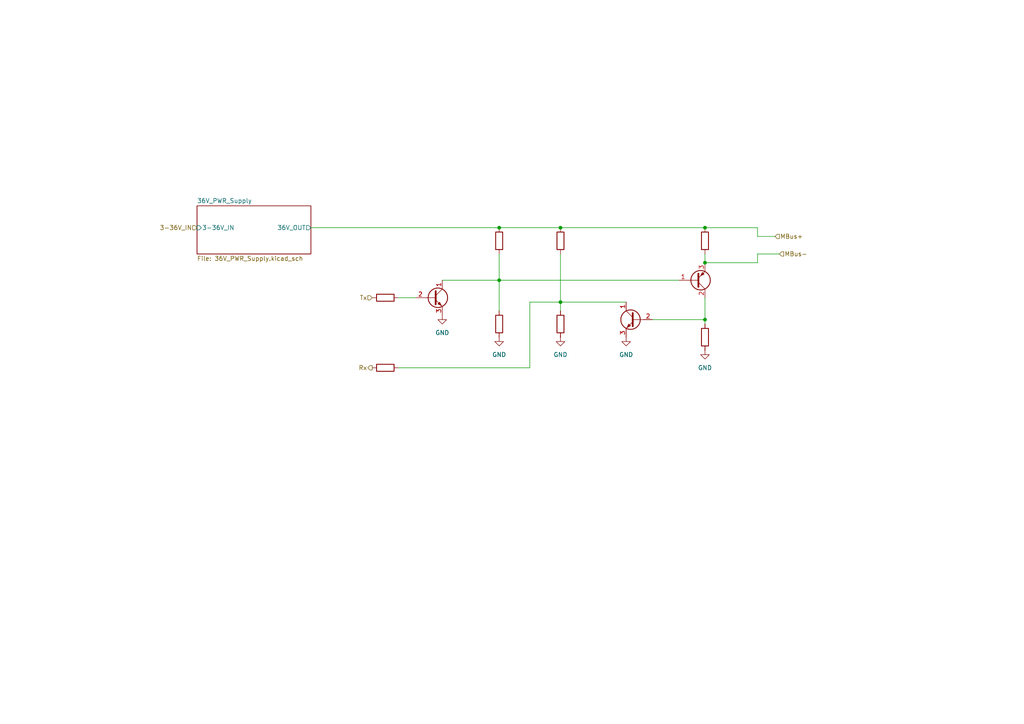
<source format=kicad_sch>
(kicad_sch (version 20250114) (generator "eeschema") (generator_version "9.0")
  (paper "A4")
  (lib_symbols
    (symbol "Device:R" (pin_numbers (hide yes)) (pin_names (offset 0))
      (property "Reference" "R" (at 2.032 0 90))
      (property "Value" "R" (at 0 0 90))
      (symbol "R_0_1"
        (rectangle (start -1.016 -2.54) (end 1.016 2.54) (stroke (width 0.254)))
      )
      (symbol "R_1_1"
        (pin passive line (at 0 3.81 270) (length 1.27) (name "~") (number "1"))
        (pin passive line (at 0 -3.81 90) (length 1.27) (name "~") (number "2"))
      )
    )
    (symbol "Transistor_BJT:BC337" (pin_names (offset 0) (hide yes))
      (property "Reference" "Q" (at 5.08 1.905 0))
      (property "Value" "BC337" (at 5.08 0 0))
      (symbol "BC337_0_1"
        (polyline (pts (xy -2.54 0) (xy 0.635 0)))
        (polyline (pts (xy 0.635 1.905) (xy 0.635 -1.905)) (stroke (width 0.508)))
        (circle (center 1.27 0) (radius 2.8194) (stroke (width 0.254)))
      )
      (symbol "BC337_1_1"
        (polyline (pts (xy 0.635 0.635) (xy 2.54 2.54)))
        (polyline (pts (xy 0.635 -0.635) (xy 2.54 -2.54)))
        (polyline (pts (xy 1.27 -1.778) (xy 1.778 -1.27) (xy 2.286 -2.286) (xy 1.27 -1.778)) (fill (type outline)))
        (pin input line (at -5.08 0 0) (length 2.54) (name "B") (number "2"))
        (pin passive line (at 2.54 5.08 270) (length 2.54) (name "C") (number "1"))
        (pin passive line (at 2.54 -5.08 90) (length 2.54) (name "E") (number "3"))
      )
    )
    (symbol "Transistor_BJT:Q_PNP_BCE" (pin_names (offset 0) (hide yes))
      (property "Reference" "Q" (at 5.08 1.27 0))
      (property "Value" "Q_PNP_BCE" (at 5.08 -1.27 0))
      (symbol "Q_PNP_BCE_0_1"
        (polyline (pts (xy -2.54 0) (xy 0.635 0)))
        (polyline (pts (xy 0.635 1.905) (xy 0.635 -1.905)) (stroke (width 0.508)))
        (polyline (pts (xy 0.635 0.635) (xy 2.54 2.54)))
        (polyline (pts (xy 0.635 -0.635) (xy 2.54 -2.54)))
        (circle (center 1.27 0) (radius 2.8194) (stroke (width 0.254)))
        (polyline (pts (xy 2.286 -1.778) (xy 1.778 -2.286) (xy 1.27 -1.27) (xy 2.286 -1.778)) (fill (type outline)))
      )
      (symbol "Q_PNP_BCE_1_1"
        (pin input line (at -5.08 0 0) (length 2.54) (name "B") (number "1"))
        (pin passive line (at 2.54 5.08 270) (length 2.54) (name "C") (number "2"))
        (pin passive line (at 2.54 -5.08 90) (length 2.54) (name "E") (number "3"))
      )
    )
    (symbol "power:GND" (power) (pin_numbers (hide yes)) (pin_names (offset 0) (hide yes))
      (property "Value" "GND" (at 0 -3.81 0))
      (symbol "GND_0_1"
        (polyline (pts (xy 0 0) (xy 0 -1.27) (xy 1.27 -1.27) (xy 0 -2.54) (xy -1.27 -1.27) (xy 0 -1.27)))
      )
      (symbol "GND_1_1"
        (pin power_in line (at 0 0 270) (length 0) (name "~") (number "1"))
      )
    )
  )
  (junction (at 144.78 66.04))
  (junction (at 162.56 66.04))
  (junction (at 204.47 76.2))
  (junction (at 162.56 87.63))
  (junction (at 144.78 81.28))
  (junction (at 204.47 92.71))
  (junction (at 204.47 66.04))
  (wire (pts (xy 204.47 86.36) (xy 204.47 92.71)))
  (wire (pts (xy 162.56 87.63) (xy 153.67 87.63)))
  (wire (pts (xy 162.56 90.17) (xy 162.56 87.63)))
  (wire (pts (xy 153.67 87.63) (xy 153.67 106.68)))
  (wire (pts (xy 204.47 92.71) (xy 204.47 93.98)))
  (wire (pts (xy 144.78 66.04) (xy 162.56 66.04)))
  (wire (pts (xy 204.47 76.2) (xy 219.71 76.2)))
  (wire (pts (xy 90.17 66.04) (xy 144.78 66.04)))
  (wire (pts (xy 219.71 68.58) (xy 224.79 68.58)))
  (wire (pts (xy 162.56 87.63) (xy 181.61 87.63)))
  (wire (pts (xy 162.56 87.63) (xy 162.56 73.66)))
  (wire (pts (xy 189.23 92.71) (xy 204.47 92.71)))
  (wire (pts (xy 204.47 73.66) (xy 204.47 76.2)))
  (wire (pts (xy 153.67 106.68) (xy 115.57 106.68)))
  (wire (pts (xy 219.71 76.2) (xy 219.71 73.66)))
  (wire (pts (xy 162.56 66.04) (xy 204.47 66.04)))
  (wire (pts (xy 128.27 81.28) (xy 144.78 81.28)))
  (wire (pts (xy 219.71 73.66) (xy 226.06 73.66)))
  (wire (pts (xy 204.47 66.04) (xy 219.71 66.04)))
  (wire (pts (xy 144.78 81.28) (xy 196.85 81.28)))
  (wire (pts (xy 219.71 66.04) (xy 219.71 68.58)))
  (wire (pts (xy 144.78 81.28) (xy 144.78 73.66)))
  (wire (pts (xy 115.57 86.36) (xy 120.65 86.36)))
  (wire (pts (xy 144.78 90.17) (xy 144.78 81.28)))
  (hierarchical_label "Rx" (shape output) (at 107.95 106.68 180))
  (hierarchical_label "MBus-" (shape input) (at 226.06 73.66 0))
  (hierarchical_label "MBus+" (shape input) (at 224.79 68.58 0))
  (hierarchical_label "3-36V_IN" (shape input) (at 57.15 66.04 180))
  (hierarchical_label "Tx" (shape input) (at 107.95 86.36 180))
  (symbol (lib_id "Device:R") (at 111.76 86.36 270) (unit 1)
    (property "Reference" "R2406" (effects (hide yes)))
    (property "Value" "1K" (effects (hide yes)))
    (property "Footprint" "Resistor_SMD:R_0603_1608Metric" (effects (hide yes)))
    (property "Component comment" "Can be replaced with other manufacturer component with same specs" (effects (hide yes)))
    (property "MF" "Stackpole Electronics Inc" (effects (hide yes)))
    (property "MP" "RMCF0603FT1K00" (effects (hide yes)))
    (property "Digi-Key_PN" "RMCF0603FT1K00CT-ND" (effects (hide yes)))
    (property "pcb" "exp_v1" (effects (hide yes)))
  )
  (symbol (lib_id "Device:R") (at 111.76 106.68 270) (unit 1)
    (property "Reference" "R2407" (effects (hide yes)))
    (property "Value" "1K" (effects (hide yes)))
    (property "Footprint" "Resistor_SMD:R_0603_1608Metric" (effects (hide yes)))
    (property "Component comment" "Can be replaced with other manufacturer component with same specs" (effects (hide yes)))
    (property "MF" "Stackpole Electronics Inc" (effects (hide yes)))
    (property "MP" "RMCF0603FT1K00" (effects (hide yes)))
    (property "Digi-Key_PN" "RMCF0603FT1K00CT-ND" (effects (hide yes)))
    (property "pcb" "exp_v1" (effects (hide yes)))
  )
  (symbol (lib_id "Transistor_BJT:BC337") (at 125.73 86.36 0) (unit 1)
    (property "Reference" "Q2402" (effects (hide yes)))
    (property "Value" "BC337" (effects (hide yes)))
    (property "Footprint" "Package_TO_SOT_THT:TO-92L_Inline" (effects (hide yes)))
    (property "Datasheet" "http://www.nxp.com/documents/data_sheet/BC817_BC817W_BC337.pdf" (effects (hide yes)))
    (property "Digi-Key_PN" "BC33716BU-ND" (effects (hide yes)))
    (property "MF" "onsemi" (effects (hide yes)))
    (property "MP" "BC33716BU" (effects (hide yes)))
    (property "Mount type" "Through-hole" (effects (hide yes)))
    (property "pcb" "exp_v1" (effects (hide yes)))
  )
  (symbol (lib_id "Transistor_BJT:BC337") (at 184.15 92.71 0) (mirror y) (unit 1)
    (property "Reference" "Q2403" (effects (hide yes)))
    (property "Value" "BC337" (effects (hide yes)))
    (property "Footprint" "Package_TO_SOT_THT:TO-92L_Inline" (effects (hide yes)))
    (property "Datasheet" "http://www.nxp.com/documents/data_sheet/BC817_BC817W_BC337.pdf" (effects (hide yes)))
    (property "Digi-Key_PN" "BC33716BU-ND" (effects (hide yes)))
    (property "MF" "onsemi" (effects (hide yes)))
    (property "MP" "BC33716BU" (effects (hide yes)))
    (property "Mount type" "Through-hole" (effects (hide yes)))
    (property "pcb" "exp_v1" (effects (hide yes)))
  )
  (symbol (lib_id "Device:R") (at 144.78 69.85 180) (unit 1)
    (property "Reference" "R2408" (effects (hide yes)))
    (property "Value" "39K" (effects (hide yes)))
    (property "Footprint" "Resistor_SMD:R_1206_3216Metric" (effects (hide yes)))
    (property "Component comment" "Can be replaced with other manufacturer component with same specs" (effects (hide yes)))
    (property "MF" "Stackpole Electronics Inc" (effects (hide yes)))
    (property "MP" "RMCF1206FT39K0" (effects (hide yes)))
    (property "Digi-Key_PN" "738-RMCF1206FT39K0CT-ND" (effects (hide yes)))
    (property "pcb" "exp_v1" (effects (hide yes)))
  )
  (symbol (lib_id "Device:R") (at 144.78 93.98 180) (unit 1)
    (property "Reference" "R2409" (effects (hide yes)))
    (property "Value" "22K" (effects (hide yes)))
    (property "Footprint" "Resistor_SMD:R_1206_3216Metric" (effects (hide yes)))
    (property "Component comment" "Can be replaced with other manufacturer component with same specs" (effects (hide yes)))
    (property "MF" "Stackpole Electronics Inc" (effects (hide yes)))
    (property "MP" "RMCF1206JT22K0" (effects (hide yes)))
    (property "Digi-Key_PN" "RMCF1206JT22K0CT-ND" (effects (hide yes)))
    (property "pcb" "exp_v1" (effects (hide yes)))
  )
  (symbol (lib_id "Device:R") (at 162.56 69.85 180) (unit 1)
    (property "Reference" "R2410" (effects (hide yes)))
    (property "Value" "33K" (effects (hide yes)))
    (property "Footprint" "Resistor_SMD:R_1206_3216Metric" (effects (hide yes)))
    (property "Component comment" "Can be replaced with other manufacturer component with same specs" (effects (hide yes)))
    (property "MF" "Stackpole Electronics Inc" (effects (hide yes)))
    (property "MP" "RMCF1206JT33K0" (effects (hide yes)))
    (property "Digi-Key_PN" "RMCF1206JT33K0CT-ND" (effects (hide yes)))
    (property "pcb" "exp_v1" (effects (hide yes)))
  )
  (symbol (lib_id "Device:R") (at 162.56 93.98 180) (unit 1)
    (property "Reference" "R2411" (effects (hide yes)))
    (property "Value" "3K3" (effects (hide yes)))
    (property "Footprint" "Resistor_SMD:R_1206_3216Metric" (effects (hide yes)))
    (property "Component comment" "Can be replaced with other manufacturer component with same specs" (effects (hide yes)))
    (property "MF" "Stackpole Electronics Inc" (effects (hide yes)))
    (property "MP" "RMCF1206JT3K30" (effects (hide yes)))
    (property "Digi-Key_PN" "RMCF1206JT3K30CT-ND" (effects (hide yes)))
    (property "pcb" "exp_v1" (effects (hide yes)))
  )
  (symbol (lib_id "Device:R") (at 204.47 69.85 180) (unit 1)
    (property "Reference" "R2412" (effects (hide yes)))
    (property "Value" "220K" (effects (hide yes)))
    (property "Footprint" "Resistor_SMD:R_1206_3216Metric" (effects (hide yes)))
    (property "Component comment" "Can be replaced with other manufacturer component with same specs" (effects (hide yes)))
    (property "MF" "Stackpole Electronics Inc" (effects (hide yes)))
    (property "MP" "RMCF1206JT220K" (effects (hide yes)))
    (property "Digi-Key_PN" "RMCF1206JT220KCT-ND" (effects (hide yes)))
    (property "pcb" "exp_v1" (effects (hide yes)))
  )
  (symbol (lib_id "Device:R") (at 204.47 97.79 180) (unit 1)
    (property "Reference" "R2413" (effects (hide yes)))
    (property "Value" "82" (effects (hide yes)))
    (property "Footprint" "Resistor_SMD:R_1206_3216Metric" (effects (hide yes)))
    (property "Component comment" "Can be replaced with other manufacturer component with same specs" (effects (hide yes)))
    (property "MF" "Stackpole Electronics Inc" (effects (hide yes)))
    (property "MP" "RMCF1206FT82R0" (effects (hide yes)))
    (property "Digi-Key_PN" "738-RMCF1206FT82R0CT-ND" (effects (hide yes)))
    (property "pcb" "exp_v1" (effects (hide yes)))
  )
  (symbol (lib_id "Transistor_BJT:Q_PNP_BCE") (at 201.93 81.28 0) (mirror x) (unit 1)
    (property "Reference" "Q2404" (effects (hide yes)))
    (property "Value" "BD136" (effects (hide yes)))
    (property "Footprint" "Package_TO_SOT_THT:TO-126-3_Vertical" (effects (hide yes)))
    (property "Description" "PNP transistor, base/collector/emitter" (effects (hide yes)))
    (property "Digi-Key_PN" "497-14759-5-ND" (effects (hide yes)))
    (property "MF" "STMicroelectronics" (effects (hide yes)))
    (property "MP" "BD136" (effects (hide yes)))
    (property "Mount type" "Through-hole" (effects (hide yes)))
    (property "pcb" "exp_v1" (effects (hide yes)))
  )
  (symbol (lib_id "power:GND") (at 144.78 97.79 0) (unit 1)
    (property "Reference" "#PWR010" (effects (hide yes)))
    (property "Value" "GND" (at 144.78 102.87 0))
    (property "Description" "Power symbol creates a global label with name \"GND\" , ground" (effects (hide yes)))
  )
  (symbol (lib_id "power:GND") (at 162.56 97.79 0) (unit 1)
    (property "Reference" "#PWR011" (effects (hide yes)))
    (property "Value" "GND" (at 162.56 102.87 0))
    (property "Description" "Power symbol creates a global label with name \"GND\" , ground" (effects (hide yes)))
  )
  (symbol (lib_id "power:GND") (at 128.27 91.44 0) (unit 1)
    (property "Reference" "#PWR09" (effects (hide yes)))
    (property "Value" "GND" (at 128.27 96.52 0))
    (property "Description" "Power symbol creates a global label with name \"GND\" , ground" (effects (hide yes)))
  )
  (symbol (lib_id "power:GND") (at 181.61 97.79 0) (unit 1)
    (property "Reference" "#PWR012" (effects (hide yes)))
    (property "Value" "GND" (at 181.61 102.87 0))
    (property "Description" "Power symbol creates a global label with name \"GND\" , ground" (effects (hide yes)))
  )
  (symbol (lib_id "power:GND") (at 204.47 101.6 0) (unit 1)
    (property "Reference" "#PWR013" (effects (hide yes)))
    (property "Value" "GND" (at 204.47 106.68 0))
    (property "Description" "Power symbol creates a global label with name \"GND\" , ground" (effects (hide yes)))
  )
  (sheet (at 57.15 59.69) (size 33.02 13.97)
    (property "Sheetname" "36V_PWR_Supply" (at 57.15 58.9784 0) (effects (justify left bottom)))
    (property "Sheetfile" "36V_PWR_Supply.kicad_sch" (at 57.15 74.2446 0) (effects (justify left top)))
    (pin "3-36V_IN" input (at 57.15 66.04 180))
    (pin "36V_OUT" output (at 90.17 66.04 0))
  )
)
</source>
